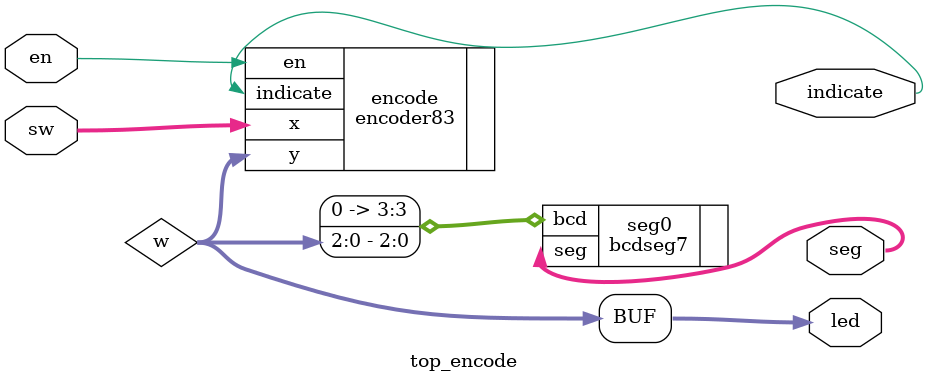
<source format=v>
	module top_encode(
	input [7:0] sw,
	input en,
	output reg  [2:0] led,
	output reg indicate,
	output reg [6:0] seg
	);

	wire [2:0] w;

	assign led = w;
	
	encoder83 encode(
		.x(sw),
		.en(en),
		.y(w),
		.indicate(indicate)
	);

	bcdseg7 seg0(
		.bcd({1'b0, w}),
		.seg(seg)
	);

	endmodule

</source>
